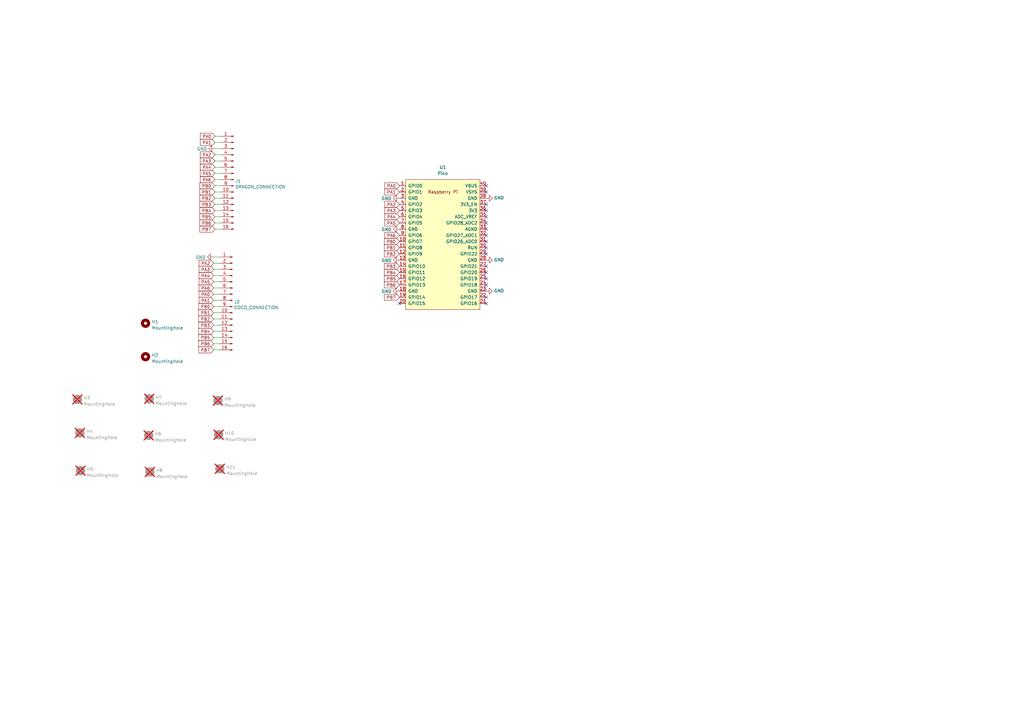
<source format=kicad_sch>
(kicad_sch (version 20230121) (generator eeschema)
  (paper "A3")
  (title_block (date "2023-06-11"))
  (lib_symbols
    (symbol "Connector:Conn_01x16_Male" (pin_names (offset 1.016) hide)
      (property "Reference" "J" (at 0 20.32 0))
      (property "Value" "Conn_01x16_Male" (at 0 -22.86 0))
      (symbol "Conn_01x16_Male_1_1"
        (polyline (pts (xy 1.27 -20.32) (xy 0.8636 -20.32)) (stroke (width 0.1524)))
        (polyline (pts (xy 1.27 -17.78) (xy 0.8636 -17.78)) (stroke (width 0.1524)))
        (polyline (pts (xy 1.27 -15.24) (xy 0.8636 -15.24)) (stroke (width 0.1524)))
        (polyline (pts (xy 1.27 -12.7) (xy 0.8636 -12.7)) (stroke (width 0.1524)))
        (polyline (pts (xy 1.27 -10.16) (xy 0.8636 -10.16)) (stroke (width 0.1524)))
        (polyline (pts (xy 1.27 -7.62) (xy 0.8636 -7.62)) (stroke (width 0.1524)))
        (polyline (pts (xy 1.27 -5.08) (xy 0.8636 -5.08)) (stroke (width 0.1524)))
        (polyline (pts (xy 1.27 -2.54) (xy 0.8636 -2.54)) (stroke (width 0.1524)))
        (polyline (pts (xy 1.27 0) (xy 0.8636 0)) (stroke (width 0.1524)))
        (polyline (pts (xy 1.27 2.54) (xy 0.8636 2.54)) (stroke (width 0.1524)))
        (polyline (pts (xy 1.27 5.08) (xy 0.8636 5.08)) (stroke (width 0.1524)))
        (polyline (pts (xy 1.27 7.62) (xy 0.8636 7.62)) (stroke (width 0.1524)))
        (polyline (pts (xy 1.27 10.16) (xy 0.8636 10.16)) (stroke (width 0.1524)))
        (polyline (pts (xy 1.27 12.7) (xy 0.8636 12.7)) (stroke (width 0.1524)))
        (polyline (pts (xy 1.27 15.24) (xy 0.8636 15.24)) (stroke (width 0.1524)))
        (polyline (pts (xy 1.27 17.78) (xy 0.8636 17.78)) (stroke (width 0.1524)))
        (rectangle (start 0.8636 -20.193) (end 0 -20.447) (stroke (width 0.1524)) (fill (type outline)))
        (rectangle (start 0.8636 -17.653) (end 0 -17.907) (stroke (width 0.1524)) (fill (type outline)))
        (rectangle (start 0.8636 -15.113) (end 0 -15.367) (stroke (width 0.1524)) (fill (type outline)))
        (rectangle (start 0.8636 -12.573) (end 0 -12.827) (stroke (width 0.1524)) (fill (type outline)))
        (rectangle (start 0.8636 -10.033) (end 0 -10.287) (stroke (width 0.1524)) (fill (type outline)))
        (rectangle (start 0.8636 -7.493) (end 0 -7.747) (stroke (width 0.1524)) (fill (type outline)))
        (rectangle (start 0.8636 -4.953) (end 0 -5.207) (stroke (width 0.1524)) (fill (type outline)))
        (rectangle (start 0.8636 -2.413) (end 0 -2.667) (stroke (width 0.1524)) (fill (type outline)))
        (rectangle (start 0.8636 0.127) (end 0 -0.127) (stroke (width 0.1524)) (fill (type outline)))
        (rectangle (start 0.8636 2.667) (end 0 2.413) (stroke (width 0.1524)) (fill (type outline)))
        (rectangle (start 0.8636 5.207) (end 0 4.953) (stroke (width 0.1524)) (fill (type outline)))
        (rectangle (start 0.8636 7.747) (end 0 7.493) (stroke (width 0.1524)) (fill (type outline)))
        (rectangle (start 0.8636 10.287) (end 0 10.033) (stroke (width 0.1524)) (fill (type outline)))
        (rectangle (start 0.8636 12.827) (end 0 12.573) (stroke (width 0.1524)) (fill (type outline)))
        (rectangle (start 0.8636 15.367) (end 0 15.113) (stroke (width 0.1524)) (fill (type outline)))
        (rectangle (start 0.8636 17.907) (end 0 17.653) (stroke (width 0.1524)) (fill (type outline)))
        (pin passive line (at 5.08 17.78 180) (length 3.81) (name "Pin_1") (number "1"))
        (pin passive line (at 5.08 -5.08 180) (length 3.81) (name "Pin_10") (number "10"))
        (pin passive line (at 5.08 -7.62 180) (length 3.81) (name "Pin_11") (number "11"))
        (pin passive line (at 5.08 -10.16 180) (length 3.81) (name "Pin_12") (number "12"))
        (pin passive line (at 5.08 -12.7 180) (length 3.81) (name "Pin_13") (number "13"))
        (pin passive line (at 5.08 -15.24 180) (length 3.81) (name "Pin_14") (number "14"))
        (pin passive line (at 5.08 -17.78 180) (length 3.81) (name "Pin_15") (number "15"))
        (pin passive line (at 5.08 -20.32 180) (length 3.81) (name "Pin_16") (number "16"))
        (pin passive line (at 5.08 15.24 180) (length 3.81) (name "Pin_2") (number "2"))
        (pin passive line (at 5.08 12.7 180) (length 3.81) (name "Pin_3") (number "3"))
        (pin passive line (at 5.08 10.16 180) (length 3.81) (name "Pin_4") (number "4"))
        (pin passive line (at 5.08 7.62 180) (length 3.81) (name "Pin_5") (number "5"))
        (pin passive line (at 5.08 5.08 180) (length 3.81) (name "Pin_6") (number "6"))
        (pin passive line (at 5.08 2.54 180) (length 3.81) (name "Pin_7") (number "7"))
        (pin passive line (at 5.08 0 180) (length 3.81) (name "Pin_8") (number "8"))
        (pin passive line (at 5.08 -2.54 180) (length 3.81) (name "Pin_9") (number "9"))
      )
    )
    (symbol "Mechanical:MountingHole" (pin_names (offset 1.016))
      (property "Reference" "H" (at 0 5.08 0))
      (property "Value" "MountingHole" (at 0 3.175 0))
      (symbol "MountingHole_0_1"
        (circle (center 0 0) (radius 1.27) (stroke (width 1.27)))
      )
    )
    (symbol "pico:Pico" (pin_names (offset 1.016))
      (property "Reference" "U3" (at 0 31.75 0))
      (property "Value" "Pico" (at 0 29.21 0))
      (symbol "Pico_0_0"
        (text "Raspberry Pi" (at 0 21.59 0) (effects (font (size 1.27 1.27))))
      )
      (symbol "Pico_0_1"
        (rectangle (start -15.24 26.67) (end 15.24 -26.67) (fill (type background)))
      )
      (symbol "Pico_1_1"
        (pin bidirectional line (at -17.78 24.13 0) (length 2.54) (name "GPIO0") (number "1"))
        (pin bidirectional line (at -17.78 1.27 0) (length 2.54) (name "GPIO7") (number "10"))
        (pin bidirectional line (at -17.78 -1.27 0) (length 2.54) (name "GPIO8") (number "11"))
        (pin bidirectional line (at -17.78 -3.81 0) (length 2.54) (name "GPIO9") (number "12"))
        (pin power_in line (at -17.78 -6.35 0) (length 2.54) (name "GND") (number "13"))
        (pin bidirectional line (at -17.78 -8.89 0) (length 2.54) (name "GPIO10") (number "14"))
        (pin bidirectional line (at -17.78 -11.43 0) (length 2.54) (name "GPIO11") (number "15"))
        (pin bidirectional line (at -17.78 -13.97 0) (length 2.54) (name "GPIO12") (number "16"))
        (pin bidirectional line (at -17.78 -16.51 0) (length 2.54) (name "GPIO13") (number "17"))
        (pin power_in line (at -17.78 -19.05 0) (length 2.54) (name "GND") (number "18"))
        (pin bidirectional line (at -17.78 -21.59 0) (length 2.54) (name "GPIO14") (number "19"))
        (pin bidirectional line (at -17.78 21.59 0) (length 2.54) (name "GPIO1") (number "2"))
        (pin bidirectional line (at -17.78 -24.13 0) (length 2.54) (name "GPIO15") (number "20"))
        (pin bidirectional line (at 17.78 -24.13 180) (length 2.54) (name "GPIO16") (number "21"))
        (pin bidirectional line (at 17.78 -21.59 180) (length 2.54) (name "GPIO17") (number "22"))
        (pin power_in line (at 17.78 -19.05 180) (length 2.54) (name "GND") (number "23"))
        (pin bidirectional line (at 17.78 -16.51 180) (length 2.54) (name "GPIO18") (number "24"))
        (pin bidirectional line (at 17.78 -13.97 180) (length 2.54) (name "GPIO19") (number "25"))
        (pin bidirectional line (at 17.78 -11.43 180) (length 2.54) (name "GPIO20") (number "26"))
        (pin bidirectional line (at 17.78 -8.89 180) (length 2.54) (name "GPIO21") (number "27"))
        (pin power_in line (at 17.78 -6.35 180) (length 2.54) (name "GND") (number "28"))
        (pin bidirectional line (at 17.78 -3.81 180) (length 2.54) (name "GPIO22") (number "29"))
        (pin power_in line (at -17.78 19.05 0) (length 2.54) (name "GND") (number "3"))
        (pin input line (at 17.78 -1.27 180) (length 2.54) (name "RUN") (number "30"))
        (pin bidirectional line (at 17.78 1.27 180) (length 2.54) (name "GPIO26_ADC0") (number "31"))
        (pin bidirectional line (at 17.78 3.81 180) (length 2.54) (name "GPIO27_ADC1") (number "32"))
        (pin power_in line (at 17.78 6.35 180) (length 2.54) (name "AGND") (number "33"))
        (pin bidirectional line (at 17.78 8.89 180) (length 2.54) (name "GPIO28_ADC2") (number "34"))
        (pin unspecified line (at 17.78 11.43 180) (length 2.54) (name "ADC_VREF") (number "35"))
        (pin unspecified line (at 17.78 13.97 180) (length 2.54) (name "3V3") (number "36"))
        (pin input line (at 17.78 16.51 180) (length 2.54) (name "3V3_EN") (number "37"))
        (pin bidirectional line (at 17.78 19.05 180) (length 2.54) (name "GND") (number "38"))
        (pin unspecified line (at 17.78 21.59 180) (length 2.54) (name "VSYS") (number "39"))
        (pin bidirectional line (at -17.78 16.51 0) (length 2.54) (name "GPIO2") (number "4"))
        (pin unspecified line (at 17.78 24.13 180) (length 2.54) (name "VBUS") (number "40"))
        (pin no_connect line (at -2.54 -29.21 90) (length 2.54) hide (name "SWCLK") (number "41"))
        (pin no_connect line (at 0 -29.21 90) (length 2.54) hide (name "GND") (number "42"))
        (pin no_connect line (at 2.54 -29.21 90) (length 2.54) hide (name "SWDIO") (number "43"))
        (pin bidirectional line (at -17.78 13.97 0) (length 2.54) (name "GPIO3") (number "5"))
        (pin bidirectional line (at -17.78 11.43 0) (length 2.54) (name "GPIO4") (number "6"))
        (pin bidirectional line (at -17.78 8.89 0) (length 2.54) (name "GPIO5") (number "7"))
        (pin power_in line (at -17.78 6.35 0) (length 2.54) (name "GND") (number "8"))
        (pin bidirectional line (at -17.78 3.81 0) (length 2.54) (name "GPIO6") (number "9"))
      )
    )
    (symbol "power:GND" (power) (pin_names (offset 0))
      (property "Value" "GND" (at 0 -3.81 0))
      (symbol "GND_0_1"
        (polyline (pts (xy 0 0) (xy 0 -1.27) (xy 1.27 -1.27) (xy 0 -2.54) (xy -1.27 -1.27) (xy 0 -1.27)))
      )
      (symbol "GND_1_1"
        (pin power_in line (at 0 0 270) (length 0) hide (name "GND") (number "1"))
      )
    )
  )
  (no_connect (at 199.39 96.52))
  (no_connect (at 199.39 121.92))
  (no_connect (at 199.39 116.84))
  (no_connect (at 199.39 83.82))
  (no_connect (at 199.39 124.46))
  (no_connect (at 199.39 109.22))
  (no_connect (at 199.39 93.98))
  (no_connect (at 199.39 104.14))
  (no_connect (at 199.39 111.76))
  (no_connect (at 199.39 86.36))
  (no_connect (at 199.39 99.06))
  (no_connect (at 199.39 114.3))
  (no_connect (at 199.39 101.6))
  (no_connect (at 199.39 88.9))
  (no_connect (at 163.83 124.46))
  (no_connect (at 199.39 91.44))
  (no_connect (at 199.39 78.74))
  (no_connect (at 199.39 76.2))
  (wire (pts (xy 90.678 58.42) (xy 88.138 58.42)))
  (wire (pts (xy 90.678 71.12) (xy 88.138 71.12)))
  (wire (pts (xy 90.678 91.44) (xy 88.138 91.44)))
  (wire (pts (xy 90.678 73.66) (xy 88.138 73.66)))
  (wire (pts (xy 90.678 63.5) (xy 88.138 63.5)))
  (wire (pts (xy 90.17 138.43) (xy 87.63 138.43)))
  (wire (pts (xy 90.17 123.19) (xy 87.63 123.19)))
  (wire (pts (xy 90.678 93.98) (xy 88.138 93.98)))
  (wire (pts (xy 90.17 140.97) (xy 87.63 140.97)))
  (wire (pts (xy 90.17 110.49) (xy 87.63 110.49)))
  (wire (pts (xy 90.678 76.2) (xy 88.138 76.2)))
  (wire (pts (xy 90.17 128.27) (xy 87.63 128.27)))
  (wire (pts (xy 90.17 115.57) (xy 87.63 115.57)))
  (wire (pts (xy 90.678 60.96) (xy 88.138 60.96)))
  (wire (pts (xy 90.678 81.28) (xy 88.138 81.28)))
  (wire (pts (xy 90.678 83.82) (xy 88.138 83.82)))
  (wire (pts (xy 90.17 120.65) (xy 87.63 120.65)))
  (wire (pts (xy 90.678 88.9) (xy 88.138 88.9)))
  (wire (pts (xy 90.17 135.89) (xy 87.63 135.89)))
  (wire (pts (xy 90.678 68.58) (xy 88.138 68.58)))
  (wire (pts (xy 90.17 118.11) (xy 87.63 118.11)))
  (wire (pts (xy 90.17 107.95) (xy 87.63 107.95)))
  (wire (pts (xy 90.678 66.04) (xy 88.138 66.04)))
  (wire (pts (xy 90.17 113.03) (xy 87.63 113.03)))
  (wire (pts (xy 90.678 86.36) (xy 88.138 86.36)))
  (wire (pts (xy 90.17 143.51) (xy 87.63 143.51)))
  (wire (pts (xy 90.17 125.73) (xy 87.63 125.73)))
  (wire (pts (xy 90.678 78.74) (xy 88.138 78.74)))
  (wire (pts (xy 90.17 130.81) (xy 87.63 130.81)))
  (wire (pts (xy 90.17 133.35) (xy 87.63 133.35)))
  (wire (pts (xy 90.17 105.41) (xy 87.63 105.41)))
  (wire (pts (xy 90.678 55.88) (xy 88.138 55.88)))
  (global_label "PB5" (shape input) (at 88.138 88.9 180) (property "Intersheetrefs" "${INTERSHEET_REFS}" (effects hide)))
  (global_label "PB2" (shape input) (at 163.83 104.14 180) (property "Intersheetrefs" "${INTERSHEET_REFS}" (effects hide)))
  (global_label "PB2" (shape input) (at 87.63 130.81 180) (property "Intersheetrefs" "${INTERSHEET_REFS}" (effects hide)))
  (global_label "PA0" (shape input) (at 88.138 55.88 180) (property "Intersheetrefs" "${INTERSHEET_REFS}" (effects hide)))
  (global_label "PB6" (shape input) (at 88.138 91.44 180) (property "Intersheetrefs" "${INTERSHEET_REFS}" (effects hide)))
  (global_label "PB7" (shape input) (at 88.138 93.98 180) (property "Intersheetrefs" "${INTERSHEET_REFS}" (effects hide)))
  (global_label "PA6" (shape input) (at 88.138 73.66 180) (property "Intersheetrefs" "${INTERSHEET_REFS}" (effects hide)))
  (global_label "PA6" (shape input) (at 87.63 118.11 180) (property "Intersheetrefs" "${INTERSHEET_REFS}" (effects hide)))
  (global_label "PB7" (shape input) (at 163.83 121.92 180) (property "Intersheetrefs" "${INTERSHEET_REFS}" (effects hide)))
  (global_label "PB6" (shape input) (at 87.63 140.97 180) (property "Intersheetrefs" "${INTERSHEET_REFS}" (effects hide)))
  (global_label "PA0" (shape input) (at 87.63 120.65 180) (property "Intersheetrefs" "${INTERSHEET_REFS}" (effects hide)))
  (global_label "PA3" (shape input) (at 87.63 110.49 180) (property "Intersheetrefs" "${INTERSHEET_REFS}" (effects hide)))
  (global_label "PA4" (shape input) (at 88.138 68.58 180) (property "Intersheetrefs" "${INTERSHEET_REFS}" (effects hide)))
  (global_label "PA2" (shape input) (at 163.83 83.82 180) (property "Intersheetrefs" "${INTERSHEET_REFS}" (effects hide)))
  (global_label "PB5" (shape input) (at 87.63 138.43 180) (property "Intersheetrefs" "${INTERSHEET_REFS}" (effects hide)))
  (global_label "PA5" (shape input) (at 163.83 91.44 180) (property "Intersheetrefs" "${INTERSHEET_REFS}" (effects hide)))
  (global_label "PB3" (shape input) (at 87.63 133.35 180) (property "Intersheetrefs" "${INTERSHEET_REFS}" (effects hide)))
  (global_label "PA2" (shape input) (at 88.138 63.5 180) (property "Intersheetrefs" "${INTERSHEET_REFS}" (effects hide)))
  (global_label "PB3" (shape input) (at 163.83 109.22 180) (property "Intersheetrefs" "${INTERSHEET_REFS}" (effects hide)))
  (global_label "PA2" (shape input) (at 87.63 107.95 180) (property "Intersheetrefs" "${INTERSHEET_REFS}" (effects hide)))
  (global_label "PA5" (shape input) (at 88.138 71.12 180) (property "Intersheetrefs" "${INTERSHEET_REFS}" (effects hide)))
  (global_label "PB7" (shape input) (at 87.63 143.51 180) (property "Intersheetrefs" "${INTERSHEET_REFS}" (effects hide)))
  (global_label "PA3" (shape input) (at 88.138 66.04 180) (property "Intersheetrefs" "${INTERSHEET_REFS}" (effects hide)))
  (global_label "PB2" (shape input) (at 88.138 81.28 180) (property "Intersheetrefs" "${INTERSHEET_REFS}" (effects hide)))
  (global_label "PA1" (shape input) (at 88.138 58.42 180) (property "Intersheetrefs" "${INTERSHEET_REFS}" (effects hide)))
  (global_label "PB5" (shape input) (at 163.83 114.3 180) (property "Intersheetrefs" "${INTERSHEET_REFS}" (effects hide)))
  (global_label "PA1" (shape input) (at 87.63 123.19 180) (property "Intersheetrefs" "${INTERSHEET_REFS}" (effects hide)))
  (global_label "PA6" (shape input) (at 163.83 96.52 180) (property "Intersheetrefs" "${INTERSHEET_REFS}" (effects hide)))
  (global_label "PA4" (shape input) (at 87.63 113.03 180) (property "Intersheetrefs" "${INTERSHEET_REFS}" (effects hide)))
  (global_label "PB4" (shape input) (at 87.63 135.89 180) (property "Intersheetrefs" "${INTERSHEET_REFS}" (effects hide)))
  (global_label "PA0" (shape input) (at 163.83 76.2 180) (property "Intersheetrefs" "${INTERSHEET_REFS}" (effects hide)))
  (global_label "PA5" (shape input) (at 87.63 115.57 180) (property "Intersheetrefs" "${INTERSHEET_REFS}" (effects hide)))
  (global_label "PB0" (shape input) (at 88.138 76.2 180) (property "Intersheetrefs" "${INTERSHEET_REFS}" (effects hide)))
  (global_label "PB6" (shape input) (at 163.83 116.84 180) (property "Intersheetrefs" "${INTERSHEET_REFS}" (effects hide)))
  (global_label "PB0" (shape input) (at 87.63 125.73 180) (property "Intersheetrefs" "${INTERSHEET_REFS}" (effects hide)))
  (global_label "PA3" (shape input) (at 163.83 86.36 180) (property "Intersheetrefs" "${INTERSHEET_REFS}" (effects hide)))
  (global_label "PB0" (shape input) (at 163.83 99.06 180) (property "Intersheetrefs" "${INTERSHEET_REFS}" (effects hide)))
  (global_label "PA4" (shape input) (at 163.83 88.9 180) (property "Intersheetrefs" "${INTERSHEET_REFS}" (effects hide)))
  (global_label "PB1" (shape input) (at 87.63 128.27 180) (property "Intersheetrefs" "${INTERSHEET_REFS}" (effects hide)))
  (global_label "PB1" (shape input) (at 163.83 101.6 180) (property "Intersheetrefs" "${INTERSHEET_REFS}" (effects hide)))
  (global_label "PB3" (shape input) (at 88.138 83.82 180) (property "Intersheetrefs" "${INTERSHEET_REFS}" (effects hide)))
  (global_label "PB4" (shape input) (at 88.138 86.36 180) (property "Intersheetrefs" "${INTERSHEET_REFS}" (effects hide)))
  (global_label "PA1" (shape input) (at 163.83 78.74 180) (property "Intersheetrefs" "${INTERSHEET_REFS}" (effects hide)))
  (global_label "PB4" (shape input) (at 163.83 111.76 180) (property "Intersheetrefs" "${INTERSHEET_REFS}" (effects hide)))
  (global_label "PB1" (shape input) (at 88.138 78.74 180) (property "Intersheetrefs" "${INTERSHEET_REFS}" (effects hide)))
  (symbol (lib_id "power:GND") (at 87.63 105.41 270) (unit 1)
    (property "Reference" "#PWR02" (effects hide))
    (property "Value" "GND" (at 84.3788 105.537 90) (effects (justify right)))
  )
  (symbol (lib_id "Mechanical:MountingHole") (at 31.75 163.83 0) (unit 1) (in_bom no) (dnp yes)
    (property "Reference" "H3" (at 34.29 163.195 0) (effects (justify left)))
    (property "Value" "MountingHole" (at 34.29 165.735 0) (effects (justify left)))
    (property "Footprint" "MountingHole:MountingHole_3.2mm_M3" (effects hide))
  )
  (symbol (lib_id "Mechanical:MountingHole") (at 60.96 178.562 0) (unit 1) (in_bom no) (dnp yes)
    (property "Reference" "H6" (at 63.5 177.927 0) (effects (justify left)))
    (property "Value" "MountingHole" (at 63.5 180.467 0) (effects (justify left)))
    (property "Footprint" "MountingHole:MountingHole_3.2mm_M3" (effects hide))
  )
  (symbol (lib_id "Mechanical:MountingHole") (at 90.17 192.278 0) (unit 1) (in_bom no) (dnp yes)
    (property "Reference" "H11" (at 92.71 191.643 0) (effects (justify left)))
    (property "Value" "MountingHole" (at 92.71 194.183 0) (effects (justify left)))
    (property "Footprint" "MountingHole:MountingHole_3.2mm_M3" (effects hide))
  )
  (symbol (lib_id "power:GND") (at 163.83 93.98 270) (unit 1)
    (property "Reference" "#PWR04" (effects hide))
    (property "Value" "GND" (at 160.5788 94.107 90) (effects (justify right)))
  )
  (symbol (lib_id "power:GND") (at 163.83 81.28 270) (unit 1)
    (property "Reference" "#PWR03" (effects hide))
    (property "Value" "GND" (at 160.5788 81.407 90) (effects (justify right)))
  )
  (symbol (lib_id "Mechanical:MountingHole") (at 32.766 177.546 0) (unit 1) (in_bom no) (dnp yes)
    (property "Reference" "H4" (at 35.306 176.911 0) (effects (justify left)))
    (property "Value" "MountingHole" (at 35.306 179.451 0) (effects (justify left)))
    (property "Footprint" "MountingHole:MountingHole_3.2mm_M3" (effects hide))
  )
  (symbol (lib_id "Connector:Conn_01x16_Male") (at 95.758 73.66 0) (mirror y) (unit 1)
    (property "Reference" "J1" (at 96.4692 74.3204 0) (effects (justify right)))
    (property "Value" "DRAGON_CONNECTION" (at 96.4692 76.6318 0) (effects (justify right)))
    (property "Footprint" "Connector_PinSocket_2.54mm:PinSocket_1x16_P2.54mm_Vertical" (effects hide))
  )
  (symbol (lib_id "power:GND") (at 199.39 119.38 90) (unit 1)
    (property "Reference" "#PWR09" (effects hide))
    (property "Value" "GND" (at 202.6412 119.253 90) (effects (justify right)))
  )
  (symbol (lib_id "power:GND") (at 163.83 119.38 270) (unit 1)
    (property "Reference" "#PWR06" (effects hide))
    (property "Value" "GND" (at 160.5788 119.507 90) (effects (justify right)))
  )
  (symbol (lib_id "power:GND") (at 88.138 60.96 270) (unit 1)
    (property "Reference" "#PWR01" (effects hide))
    (property "Value" "GND" (at 84.8868 61.087 90) (effects (justify right)))
  )
  (symbol (lib_id "Mechanical:MountingHole") (at 59.69 132.588 0) (unit 1) (in_bom no)
    (property "Reference" "H1" (at 62.23 131.953 0) (effects (justify left)))
    (property "Value" "MountingHole" (at 62.23 134.493 0) (effects (justify left)))
    (property "Footprint" "MountingHole:MountingHole_5.3mm_M5" (effects hide))
  )
  (symbol (lib_id "Mechanical:MountingHole") (at 89.3819 164.2902 0) (unit 1) (in_bom no) (dnp yes)
    (property "Reference" "H9" (at 91.9219 163.6552 0) (effects (justify left)))
    (property "Value" "MountingHole" (at 91.9219 166.1952 0) (effects (justify left)))
    (property "Footprint" "MountingHole:MountingHole_3.2mm_M3" (effects hide))
  )
  (symbol (lib_id "Mechanical:MountingHole") (at 89.662 178.308 0) (unit 1) (in_bom no) (dnp yes)
    (property "Reference" "H10" (at 92.202 177.673 0) (effects (justify left)))
    (property "Value" "MountingHole" (at 92.202 180.213 0) (effects (justify left)))
    (property "Footprint" "MountingHole:MountingHole_3.2mm_M3" (effects hide))
  )
  (symbol (lib_id "pico:Pico") (at 181.61 100.33 0) (unit 1)
    (property "Reference" "U1" (at 181.61 68.58 0))
    (property "Value" "Pico" (at 181.61 71.12 0))
    (property "Footprint" "pico:RPi_Pico_SMD_TH" (effects hide))
  )
  (symbol (lib_id "Mechanical:MountingHole") (at 61.468 193.548 0) (unit 1) (in_bom no) (dnp yes)
    (property "Reference" "H8" (at 64.008 192.913 0) (effects (justify left)))
    (property "Value" "MountingHole" (at 64.008 195.453 0) (effects (justify left)))
    (property "Footprint" "MountingHole:MountingHole_3.2mm_M3" (effects hide))
  )
  (symbol (lib_id "power:GND") (at 199.39 106.68 90) (unit 1)
    (property "Reference" "#PWR08" (effects hide))
    (property "Value" "GND" (at 202.6412 106.553 90) (effects (justify right)))
  )
  (symbol (lib_id "Mechanical:MountingHole") (at 61.214 163.576 0) (unit 1) (in_bom no) (dnp yes)
    (property "Reference" "H7" (at 63.754 162.941 0) (effects (justify left)))
    (property "Value" "MountingHole" (at 63.754 165.481 0) (effects (justify left)))
    (property "Footprint" "MountingHole:MountingHole_3.2mm_M3" (effects hide))
  )
  (symbol (lib_id "Connector:Conn_01x16_Male") (at 95.25 123.19 0) (mirror y) (unit 1)
    (property "Reference" "J2" (at 95.9612 123.8504 0) (effects (justify right)))
    (property "Value" "COCO_CONNECTION" (at 95.9612 126.1618 0) (effects (justify right)))
    (property "Footprint" "Connector_PinHeader_2.54mm:PinHeader_1x16_P2.54mm_Horizontal" (effects hide))
  )
  (symbol (lib_id "power:GND") (at 163.83 106.68 270) (unit 1)
    (property "Reference" "#PWR05" (effects hide))
    (property "Value" "GND" (at 160.5788 106.807 90) (effects (justify right)))
  )
  (symbol (lib_id "Mechanical:MountingHole") (at 59.69 146.304 0) (unit 1) (in_bom no)
    (property "Reference" "H2" (at 62.23 145.669 0) (effects (justify left)))
    (property "Value" "MountingHole" (at 62.23 148.209 0) (effects (justify left)))
    (property "Footprint" "MountingHole:MountingHole_5.3mm_M5" (effects hide))
  )
  (symbol (lib_id "power:GND") (at 199.39 81.28 90) (unit 1)
    (property "Reference" "#PWR07" (effects hide))
    (property "Value" "GND" (at 202.6412 81.153 90) (effects (justify right)))
  )
  (symbol (lib_id "Mechanical:MountingHole") (at 33.02 193.04 0) (unit 1) (in_bom no) (dnp yes)
    (property "Reference" "H5" (at 35.56 192.405 0) (effects (justify left)))
    (property "Value" "MountingHole" (at 35.56 194.945 0) (effects (justify left)))
    (property "Footprint" "MountingHole:MountingHole_3.2mm_M3" (effects hide))
  )
)
</source>
